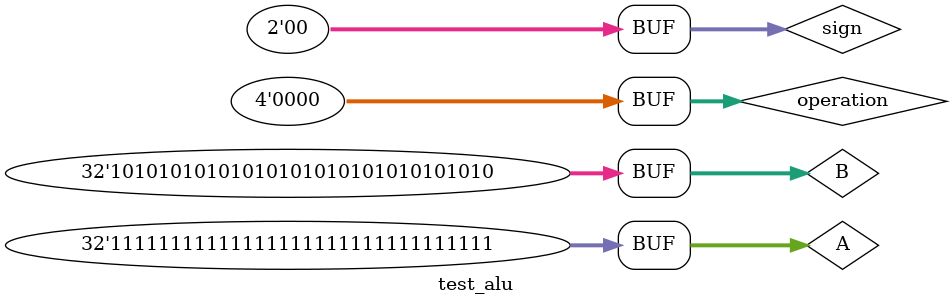
<source format=v>
module test_alu;

	//Inputs
	reg [3:0] operation;
	reg [31:0] A, B;
	reg [1:0] sign;


	//Outputs
	wire [31:0] Y, outLO, outHI;
	wire [3:0] carryFlags;

	alu alu1 (Y,outHI,outLO,carryFlags,sign,operation,A,B);	

	// initial fork
	// 	//Pasa valor B a salida

	// 	//Sumar o restar (con y sin signo)

	// 	//Multiplicacion (con y sin signo)

	// 	//Division (con y sin signo)

	// 	//AND logico

	// 	//OR logico

	// 	//NOR logico

	// 	//Shift logico a la derecha

	// 	//Shift lofico a la izquierda

	// 	//Shift aritmetico a la derecha

	// 	//LUI

	// join


	initial begin

		#0 operation=4'b1111; #0 A=32'hFFFFFFFF; #0 B=32'hAAAAAAAA; #0 sign= 2'b00;
		#5 operation=4'b0000; #5 A=32'hFFFFFFFF; #5 B=32'hAAAAAAAA; #5 sign= 2'b00;

		$display("\nALU Test");
		$display("operation A B sign Y outLO outHI carryFlags");
		$monitor("%b %h %h %b %h %h %h %b",operation,A,B,sign,Y,outLO,outHI,carryFlags);		
		
	end

endmodule

</source>
